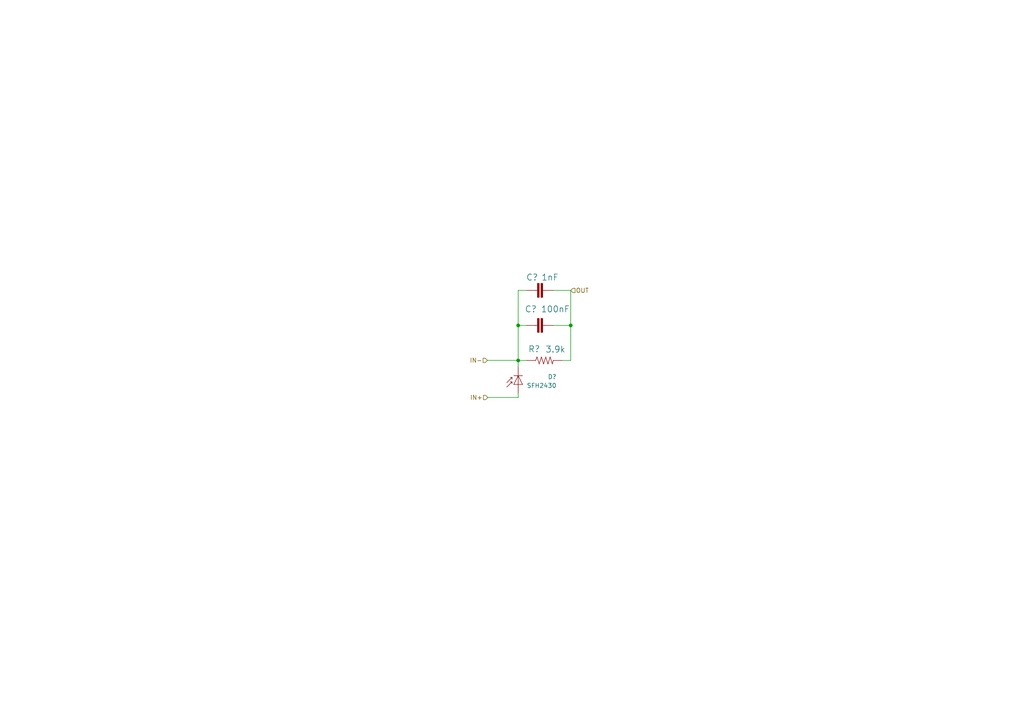
<source format=kicad_sch>
(kicad_sch (version 20230121) (generator eeschema)
  (paper "A4")
  (lib_symbols
    (symbol "Sensor_Optical:SFH2430" (pin_numbers hide) (pin_names (offset 1.016) hide)
      (property "Reference" "D" (at 0.508 1.778 0))
      (property "Value" "SFH2430" (at -1.016 -2.794 0))
      (symbol "SFH2430_0_1"
        (polyline (pts (xy -2.54 1.27) (xy -2.54 -1.27)) (stroke (width 0.1524)))
        (polyline (pts (xy -2.032 1.778) (xy -1.524 1.778)))
        (polyline (pts (xy 0 -1.27) (xy 0 1.27)))
        (polyline (pts (xy 0 0) (xy -2.54 0)))
        (polyline (pts (xy -0.508 3.302) (xy -2.032 1.778) (xy -2.032 2.286)))
        (polyline (pts (xy 0 1.27) (xy -2.54 0) (xy 0 -1.27)))
        (polyline (pts (xy 0.762 3.302) (xy -0.762 1.778) (xy -0.762 2.286) (xy -0.762 1.778) (xy -0.254 1.778)))
      )
      (symbol "SFH2430_1_1"
        (pin passive line (at -5.08 0 0) (length 2.54) (name "K") (number "1"))
        (pin passive line (at 2.54 0 180) (length 2.54) (name "A") (number "2"))
      )
    )
    (symbol "mainboard:22UF-1210-16V-20%" (pin_names (offset 1.016))
      (property "Reference" "C" (at 1.524 2.921 0))
      (property "Value" "22UF-1210-16V-20%" (at 1.524 -2.159 0))
      (symbol "22UF-1210-16V-20%_1_0"
        (rectangle (start -2.032 0.508) (end 2.032 1.016) (fill (type outline)))
        (rectangle (start -2.032 1.524) (end 2.032 2.032) (fill (type outline)))
        (polyline (pts (xy 0 0) (xy 0 0.508)))
        (polyline (pts (xy 0 2.54) (xy 0 2.032)))
        (pin passive line (at 0 5.08 270) (length 2.54) (name "1") (number "1"))
        (pin passive line (at 0 -2.54 90) (length 2.54) (name "2") (number "2"))
      )
    )
    (symbol "pycubed_mainboard:RESISTOR0603" (pin_names (offset 1.016))
      (property "Reference" "R" (at 0 1.524 0))
      (property "Value" "RESISTOR0603" (at 0 -1.524 0))
      (symbol "RESISTOR0603_1_0"
        (polyline (pts (xy -2.54 0) (xy -2.159 1.016)))
        (polyline (pts (xy -2.159 1.016) (xy -1.524 -1.016)))
        (polyline (pts (xy -1.524 -1.016) (xy -0.889 1.016)))
        (polyline (pts (xy -0.889 1.016) (xy -0.254 -1.016)))
        (polyline (pts (xy -0.254 -1.016) (xy 0.381 1.016)))
        (polyline (pts (xy 0.381 1.016) (xy 1.016 -1.016)))
        (polyline (pts (xy 1.016 -1.016) (xy 1.651 1.016)))
        (polyline (pts (xy 1.651 1.016) (xy 2.286 -1.016)))
        (polyline (pts (xy 2.286 -1.016) (xy 2.54 0)))
        (pin passive line (at -5.08 0 0) (length 2.54) (name "1") (number "1"))
        (pin passive line (at 5.08 0 180) (length 2.54) (name "2") (number "2"))
      )
    )
  )
  (junction (at 165.5318 94.3864))
  (junction (at 150.2918 94.3864))
  (junction (at 150.2918 104.5464))
  (wire (pts (xy 141.478 115.2906) (xy 150.2918 115.2906)))
  (wire (pts (xy 165.5318 94.3864) (xy 165.5318 104.5464)))
  (wire (pts (xy 150.2918 104.5464) (xy 150.2918 106.426)))
  (wire (pts (xy 150.2918 94.3864) (xy 152.8318 94.3864)))
  (wire (pts (xy 150.2918 94.3864) (xy 150.2918 104.5464)))
  (wire (pts (xy 160.4518 94.3864) (xy 165.5318 94.3864)))
  (wire (pts (xy 150.2664 104.5464) (xy 150.2918 104.5464)))
  (wire (pts (xy 162.9918 104.5464) (xy 165.5318 104.5464)))
  (wire (pts (xy 160.4518 84.2264) (xy 165.5318 84.2264)))
  (wire (pts (xy 150.2664 104.521) (xy 150.2664 104.5464)))
  (wire (pts (xy 165.5318 84.2264) (xy 165.5318 94.3864)))
  (wire (pts (xy 150.2918 84.2264) (xy 150.2918 94.3864)))
  (wire (pts (xy 150.2918 104.5464) (xy 152.8318 104.5464)))
  (wire (pts (xy 150.2918 115.2906) (xy 150.2918 114.046)))
  (wire (pts (xy 141.3764 104.521) (xy 150.2664 104.521)))
  (wire (pts (xy 150.2918 84.2264) (xy 152.8318 84.2264)))
  (hierarchical_label "IN-" (shape input) (at 141.3764 104.521 180))
  (hierarchical_label "IN+" (shape input) (at 141.478 115.2906 180))
  (hierarchical_label "OUT" (shape input) (at 165.5318 84.2518 0))
  (symbol (lib_id "mainboard:22UF-1210-16V-20%") (at 157.9118 94.3864 90) (unit 1)
    (property "Reference" "C?" (at 155.7782 88.646 90) (effects (font (size 1.778 1.778)) (justify left bottom)))
    (property "Value" "100nF" (at 165.3286 88.646 90) (effects (font (size 1.778 1.778)) (justify left bottom)))
    (property "Footprint" "Capacitor_SMD:C_0603_1608Metric" (effects hide))
    (property "Description" "100uF 16V X5R 1210" (effects hide))
    (instances (project "sfh2430_breakout" (path "" (reference "C?") (unit 1)) (path "" (reference "C2") (unit 1)) (path "" (reference "C6") (unit 1)) (path "" (reference "C8") (unit 1)) (path "" (reference "C4") (unit 1))) (project "adcs-hardware" (path "" (reference "C?") (unit 1))) (project "mainboard" (path "" (reference "C?") (unit 1))))
  )
  (symbol (lib_id "Sensor_Optical:SFH2430") (at 150.2918 111.506 90) (mirror x) (unit 1)
    (property "Reference" "D?" (at 161.4424 109.2962 90) (effects (justify left)))
    (property "Value" "SFH2430" (at 161.4424 111.8362 90) (effects (justify left)))
    (property "Footprint" "adcs:Osram_SFH2430" (effects hide))
    (property "Datasheet" "https://dammedia.osram.info/media/resource/hires/osram-dam-5467144/SFH%202430_EN.pdf" (effects hide))
  )
  (symbol (lib_id "pycubed_mainboard:RESISTOR0603") (at 157.9118 104.5464 0) (unit 1)
    (property "Reference" "R?" (at 154.94 101.2444 0) (effects (font (size 1.778 1.778))))
    (property "Value" "3.9k" (at 161.0868 101.3206 0) (effects (font (size 1.778 1.778))))
    (property "Footprint" "Resistor_SMD:R_0603_1608Metric" (effects hide))
    (instances (project "sfh2430_breakout" (path "" (reference "R?") (unit 1)) (path "" (reference "R1") (unit 1)) (path "" (reference "R2") (unit 1)) (path "" (reference "R4") (unit 1)) (path "" (reference "R3") (unit 1))))
  )
  (symbol (lib_id "mainboard:22UF-1210-16V-20%") (at 157.9118 84.2264 90) (unit 1)
    (property "Reference" "C?" (at 156.1592 79.4258 90) (effects (font (size 1.778 1.778)) (justify left bottom)))
    (property "Value" "1nF" (at 162.0774 79.4258 90) (effects (font (size 1.778 1.778)) (justify left bottom)))
    (property "Footprint" "Capacitor_SMD:C_0603_1608Metric" (effects hide))
    (property "Description" "100uF 16V X5R 1210" (effects hide))
    (instances (project "sfh2430_breakout" (path "" (reference "C?") (unit 1)) (path "" (reference "C1") (unit 1)) (path "" (reference "C5") (unit 1)) (path "" (reference "C7") (unit 1)) (path "" (reference "C3") (unit 1))) (project "adcs-hardware" (path "" (reference "C?") (unit 1))) (project "mainboard" (path "" (reference "C?") (unit 1))))
  )
)
</source>
